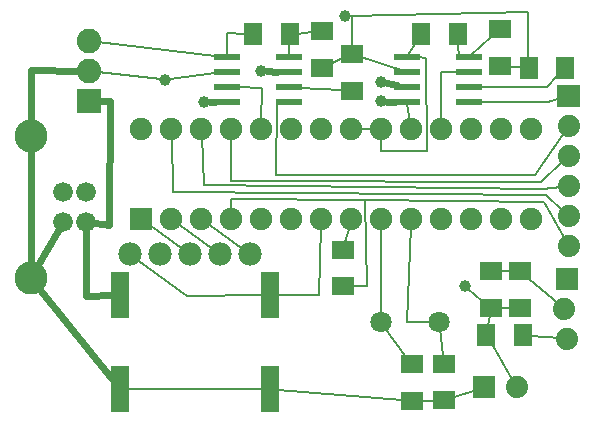
<source format=gtl>
G04 MADE WITH FRITZING*
G04 WWW.FRITZING.ORG*
G04 DOUBLE SIDED*
G04 HOLES PLATED*
G04 CONTOUR ON CENTER OF CONTOUR VECTOR*
%ASAXBY*%
%FSLAX23Y23*%
%MOIN*%
%OFA0B0*%
%SFA1.0B1.0*%
%ADD10C,0.039370*%
%ADD11C,0.075000*%
%ADD12C,0.070925*%
%ADD13C,0.070866*%
%ADD14C,0.082000*%
%ADD15C,0.078000*%
%ADD16C,0.074000*%
%ADD17C,0.066000*%
%ADD18C,0.110000*%
%ADD19R,0.075000X0.075000*%
%ADD20R,0.082000X0.082000*%
%ADD21R,0.087000X0.024000*%
%ADD22R,0.062992X0.157480*%
%ADD23R,0.074803X0.062992*%
%ADD24R,0.062992X0.074803*%
%ADD25C,0.008000*%
%ADD26C,0.024000*%
%ADD27C,0.022000*%
%ADD28R,0.001000X0.001000*%
%LNCOPPER1*%
G90*
G70*
G54D10*
X1534Y437D03*
X1254Y1116D03*
X664Y1050D03*
X1255Y1052D03*
X855Y1152D03*
X535Y1124D03*
X1134Y1336D03*
G54D11*
X455Y659D03*
X455Y959D03*
X555Y659D03*
X555Y959D03*
X655Y659D03*
X655Y959D03*
X755Y659D03*
X755Y959D03*
X855Y659D03*
X855Y959D03*
X955Y659D03*
X955Y959D03*
X1055Y659D03*
X1055Y959D03*
X1155Y659D03*
X1155Y959D03*
X1255Y659D03*
X1255Y959D03*
X1355Y659D03*
X1355Y959D03*
X1455Y659D03*
X1455Y959D03*
X1555Y659D03*
X1555Y959D03*
X1655Y659D03*
X1655Y959D03*
X1755Y659D03*
X1755Y959D03*
G54D12*
X1253Y318D03*
G54D13*
X1446Y318D03*
G54D14*
X282Y1052D03*
X282Y1152D03*
X282Y1252D03*
G54D15*
X418Y543D03*
X518Y543D03*
X618Y543D03*
X718Y543D03*
X818Y543D03*
G54D16*
X1880Y1070D03*
X1880Y970D03*
X1880Y870D03*
X1880Y770D03*
X1880Y670D03*
X1880Y570D03*
X1880Y1070D03*
X1880Y970D03*
X1880Y870D03*
X1880Y770D03*
X1880Y670D03*
X1880Y570D03*
X1875Y459D03*
X1865Y359D03*
X1875Y259D03*
X1875Y459D03*
X1865Y359D03*
X1875Y259D03*
X1598Y99D03*
X1708Y99D03*
X1598Y99D03*
X1708Y99D03*
G54D17*
X271Y651D03*
X271Y750D03*
X193Y750D03*
X193Y651D03*
G54D18*
X86Y463D03*
X86Y937D03*
G54D17*
X271Y651D03*
X271Y750D03*
X193Y750D03*
X193Y651D03*
G54D18*
X86Y463D03*
X86Y937D03*
G54D19*
X455Y659D03*
G54D20*
X282Y1052D03*
G54D21*
X740Y1200D03*
X740Y1150D03*
X740Y1100D03*
X740Y1050D03*
X946Y1050D03*
X946Y1100D03*
X946Y1150D03*
X946Y1200D03*
X1340Y1200D03*
X1340Y1150D03*
X1340Y1100D03*
X1340Y1050D03*
X1546Y1050D03*
X1546Y1100D03*
X1546Y1150D03*
X1546Y1200D03*
G54D22*
X383Y407D03*
X383Y92D03*
G54D23*
X1127Y436D03*
X1127Y558D03*
G54D22*
X883Y407D03*
X883Y92D03*
G54D23*
X1357Y175D03*
X1357Y53D03*
X1465Y177D03*
X1465Y55D03*
X1621Y362D03*
X1621Y485D03*
X1717Y485D03*
X1717Y363D03*
G54D24*
X1746Y1164D03*
X1868Y1164D03*
G54D23*
X1651Y1170D03*
X1651Y1292D03*
X1156Y1209D03*
X1156Y1087D03*
X1056Y1163D03*
X1056Y1285D03*
G54D24*
X1727Y274D03*
X1605Y274D03*
X1509Y1276D03*
X1387Y1276D03*
X949Y1275D03*
X827Y1275D03*
G54D25*
X1683Y1168D02*
X1720Y1166D01*
D02*
X1748Y459D02*
X1846Y376D01*
D02*
X1685Y485D02*
X1653Y485D01*
D02*
X1188Y1199D02*
X1320Y1156D01*
D02*
X1743Y1350D02*
X1148Y1337D01*
D02*
X1745Y1196D02*
X1743Y1350D01*
D02*
X1653Y363D02*
X1685Y363D01*
D02*
X1616Y337D02*
X1611Y306D01*
D02*
X1850Y262D02*
X1753Y271D01*
D02*
X1624Y242D02*
X1695Y121D01*
D02*
X1449Y297D02*
X1461Y203D01*
D02*
X1338Y201D02*
X1265Y301D01*
D02*
X1124Y1195D02*
X1087Y1178D01*
G54D26*
D02*
X272Y404D02*
X357Y406D01*
D02*
X271Y622D02*
X272Y404D01*
G54D25*
D02*
X598Y557D02*
X474Y646D01*
D02*
X698Y557D02*
X574Y646D01*
D02*
X798Y557D02*
X674Y646D01*
G54D26*
D02*
X114Y512D02*
X179Y626D01*
G54D25*
D02*
X1340Y316D02*
X1425Y318D01*
D02*
X1253Y340D02*
X1255Y636D01*
D02*
X1354Y636D02*
X1340Y316D01*
D02*
X438Y528D02*
X607Y404D01*
D02*
X607Y404D02*
X857Y407D01*
G54D26*
D02*
X349Y1054D02*
X346Y639D01*
D02*
X314Y1053D02*
X349Y1054D01*
D02*
X346Y639D02*
X300Y647D01*
G54D25*
D02*
X1786Y783D02*
X1861Y852D01*
D02*
X1794Y760D02*
X1855Y767D01*
D02*
X755Y936D02*
X755Y787D01*
D02*
X755Y787D02*
X1786Y783D01*
D02*
X656Y936D02*
X664Y772D01*
D02*
X664Y772D02*
X1794Y760D01*
D02*
X1805Y739D02*
X1861Y687D01*
D02*
X556Y936D02*
X560Y751D01*
D02*
X560Y751D02*
X1805Y739D01*
D02*
X1149Y637D02*
X1134Y584D01*
D02*
X1341Y1043D02*
X1351Y982D01*
D02*
X907Y1050D02*
X908Y1050D01*
D02*
X905Y806D02*
X907Y1050D01*
D02*
X1865Y948D02*
X1767Y806D01*
D02*
X1767Y806D02*
X905Y806D01*
D02*
X1855Y1063D02*
X1810Y1051D01*
D02*
X1810Y1051D02*
X1584Y1050D01*
D02*
X1584Y1100D02*
X1808Y1101D01*
D02*
X1808Y1101D02*
X1842Y1136D01*
D02*
X948Y1243D02*
X946Y1206D01*
D02*
X975Y1277D02*
X1024Y1282D01*
D02*
X1553Y1206D02*
X1621Y1266D01*
D02*
X1514Y1198D02*
X1546Y1200D01*
D02*
X1511Y1244D02*
X1514Y1198D01*
D02*
X1453Y1149D02*
X1508Y1149D01*
D02*
X1455Y982D02*
X1453Y1149D01*
D02*
X1255Y886D02*
X1407Y885D01*
D02*
X1407Y885D02*
X1405Y1198D01*
D02*
X1255Y936D02*
X1255Y886D01*
D02*
X1405Y1198D02*
X1378Y1199D01*
D02*
X1367Y1244D02*
X1344Y1206D01*
D02*
X855Y982D02*
X856Y1098D01*
D02*
X856Y1098D02*
X778Y1099D01*
D02*
X740Y1206D02*
X739Y1281D01*
D02*
X740Y1281D02*
X801Y1277D01*
D02*
X1178Y959D02*
X1232Y959D01*
D02*
X754Y726D02*
X755Y682D01*
D02*
X1200Y722D02*
X754Y726D01*
D02*
X1206Y435D02*
X1158Y436D01*
D02*
X1200Y722D02*
X1206Y435D01*
D02*
X1867Y592D02*
X1797Y715D01*
D02*
X1797Y715D02*
X1200Y722D01*
D02*
X1124Y1089D02*
X984Y1097D01*
G54D27*
D02*
X1273Y1112D02*
X1306Y1106D01*
G54D25*
D02*
X1544Y428D02*
X1591Y388D01*
D02*
X909Y407D02*
X1048Y408D01*
D02*
X1048Y408D02*
X1055Y636D01*
G54D27*
D02*
X1274Y1051D02*
X1302Y1051D01*
D02*
X683Y1050D02*
X702Y1050D01*
G54D25*
D02*
X1156Y1335D02*
X1156Y1235D01*
G54D27*
D02*
X908Y1151D02*
X874Y1152D01*
G54D25*
D02*
X549Y1125D02*
X702Y1145D01*
D02*
X522Y1125D02*
X309Y1149D01*
D02*
X1148Y1336D02*
X1156Y1335D01*
D02*
X409Y92D02*
X857Y92D01*
G54D26*
D02*
X121Y419D02*
X357Y125D01*
D02*
X86Y881D02*
X86Y519D01*
G54D25*
D02*
X309Y1249D02*
X702Y1204D01*
G54D26*
D02*
X87Y1156D02*
X250Y1152D01*
D02*
X87Y993D02*
X87Y1156D01*
G54D25*
D02*
X1496Y65D02*
X1574Y91D01*
D02*
X1389Y54D02*
X1433Y54D01*
D02*
X909Y90D02*
X1325Y56D01*
G54D28*
X1843Y1107D02*
X1915Y1107D01*
X1842Y1106D02*
X1915Y1106D01*
X1842Y1105D02*
X1915Y1105D01*
X1842Y1104D02*
X1915Y1104D01*
X1842Y1103D02*
X1915Y1103D01*
X1842Y1102D02*
X1915Y1102D01*
X1842Y1101D02*
X1915Y1101D01*
X1842Y1100D02*
X1915Y1100D01*
X1842Y1099D02*
X1915Y1099D01*
X1842Y1098D02*
X1915Y1098D01*
X1842Y1097D02*
X1915Y1097D01*
X1842Y1096D02*
X1915Y1096D01*
X1842Y1095D02*
X1915Y1095D01*
X1842Y1094D02*
X1915Y1094D01*
X1842Y1093D02*
X1915Y1093D01*
X1842Y1092D02*
X1915Y1092D01*
X1842Y1091D02*
X1915Y1091D01*
X1842Y1090D02*
X1875Y1090D01*
X1883Y1090D02*
X1915Y1090D01*
X1842Y1089D02*
X1871Y1089D01*
X1887Y1089D02*
X1915Y1089D01*
X1842Y1088D02*
X1869Y1088D01*
X1889Y1088D02*
X1915Y1088D01*
X1842Y1087D02*
X1867Y1087D01*
X1890Y1087D02*
X1915Y1087D01*
X1842Y1086D02*
X1866Y1086D01*
X1892Y1086D02*
X1915Y1086D01*
X1842Y1085D02*
X1865Y1085D01*
X1893Y1085D02*
X1915Y1085D01*
X1842Y1084D02*
X1864Y1084D01*
X1894Y1084D02*
X1915Y1084D01*
X1842Y1083D02*
X1863Y1083D01*
X1895Y1083D02*
X1915Y1083D01*
X1842Y1082D02*
X1862Y1082D01*
X1896Y1082D02*
X1915Y1082D01*
X1842Y1081D02*
X1862Y1081D01*
X1896Y1081D02*
X1915Y1081D01*
X1842Y1080D02*
X1861Y1080D01*
X1897Y1080D02*
X1915Y1080D01*
X1842Y1079D02*
X1860Y1079D01*
X1897Y1079D02*
X1915Y1079D01*
X1842Y1078D02*
X1860Y1078D01*
X1898Y1078D02*
X1915Y1078D01*
X1842Y1077D02*
X1860Y1077D01*
X1898Y1077D02*
X1915Y1077D01*
X1842Y1076D02*
X1859Y1076D01*
X1899Y1076D02*
X1915Y1076D01*
X1842Y1075D02*
X1859Y1075D01*
X1899Y1075D02*
X1915Y1075D01*
X1842Y1074D02*
X1859Y1074D01*
X1899Y1074D02*
X1915Y1074D01*
X1842Y1073D02*
X1859Y1073D01*
X1899Y1073D02*
X1915Y1073D01*
X1842Y1072D02*
X1859Y1072D01*
X1899Y1072D02*
X1915Y1072D01*
X1842Y1071D02*
X1858Y1071D01*
X1899Y1071D02*
X1915Y1071D01*
X1842Y1070D02*
X1858Y1070D01*
X1899Y1070D02*
X1915Y1070D01*
X1842Y1069D02*
X1858Y1069D01*
X1899Y1069D02*
X1915Y1069D01*
X1842Y1068D02*
X1859Y1068D01*
X1899Y1068D02*
X1915Y1068D01*
X1842Y1067D02*
X1859Y1067D01*
X1899Y1067D02*
X1915Y1067D01*
X1842Y1066D02*
X1859Y1066D01*
X1899Y1066D02*
X1915Y1066D01*
X1842Y1065D02*
X1859Y1065D01*
X1899Y1065D02*
X1915Y1065D01*
X1842Y1064D02*
X1859Y1064D01*
X1898Y1064D02*
X1915Y1064D01*
X1842Y1063D02*
X1860Y1063D01*
X1898Y1063D02*
X1915Y1063D01*
X1842Y1062D02*
X1860Y1062D01*
X1898Y1062D02*
X1915Y1062D01*
X1842Y1061D02*
X1861Y1061D01*
X1897Y1061D02*
X1915Y1061D01*
X1842Y1060D02*
X1861Y1060D01*
X1897Y1060D02*
X1915Y1060D01*
X1842Y1059D02*
X1862Y1059D01*
X1896Y1059D02*
X1915Y1059D01*
X1842Y1058D02*
X1863Y1058D01*
X1895Y1058D02*
X1915Y1058D01*
X1842Y1057D02*
X1864Y1057D01*
X1894Y1057D02*
X1915Y1057D01*
X1842Y1056D02*
X1865Y1056D01*
X1893Y1056D02*
X1915Y1056D01*
X1842Y1055D02*
X1866Y1055D01*
X1892Y1055D02*
X1915Y1055D01*
X1842Y1054D02*
X1867Y1054D01*
X1891Y1054D02*
X1915Y1054D01*
X1842Y1053D02*
X1869Y1053D01*
X1889Y1053D02*
X1915Y1053D01*
X1842Y1052D02*
X1870Y1052D01*
X1887Y1052D02*
X1915Y1052D01*
X1842Y1051D02*
X1873Y1051D01*
X1884Y1051D02*
X1915Y1051D01*
X1842Y1050D02*
X1915Y1050D01*
X1842Y1049D02*
X1915Y1049D01*
X1842Y1048D02*
X1915Y1048D01*
X1842Y1047D02*
X1915Y1047D01*
X1842Y1046D02*
X1915Y1046D01*
X1842Y1045D02*
X1915Y1045D01*
X1842Y1044D02*
X1915Y1044D01*
X1842Y1043D02*
X1915Y1043D01*
X1842Y1042D02*
X1915Y1042D01*
X1842Y1041D02*
X1915Y1041D01*
X1842Y1040D02*
X1915Y1040D01*
X1842Y1039D02*
X1915Y1039D01*
X1842Y1038D02*
X1915Y1038D01*
X1842Y1037D02*
X1915Y1037D01*
X1842Y1036D02*
X1915Y1036D01*
X1842Y1035D02*
X1915Y1035D01*
X1842Y1034D02*
X1915Y1034D01*
X1838Y497D02*
X1910Y497D01*
X1837Y496D02*
X1910Y496D01*
X1837Y495D02*
X1910Y495D01*
X1837Y494D02*
X1910Y494D01*
X1837Y493D02*
X1910Y493D01*
X1837Y492D02*
X1910Y492D01*
X1837Y491D02*
X1910Y491D01*
X1837Y490D02*
X1910Y490D01*
X1837Y489D02*
X1910Y489D01*
X1837Y488D02*
X1910Y488D01*
X1837Y487D02*
X1910Y487D01*
X1837Y486D02*
X1910Y486D01*
X1837Y485D02*
X1910Y485D01*
X1837Y484D02*
X1910Y484D01*
X1837Y483D02*
X1910Y483D01*
X1837Y482D02*
X1910Y482D01*
X1837Y481D02*
X1910Y481D01*
X1837Y480D02*
X1871Y480D01*
X1877Y480D02*
X1910Y480D01*
X1837Y479D02*
X1867Y479D01*
X1881Y479D02*
X1910Y479D01*
X1837Y478D02*
X1864Y478D01*
X1883Y478D02*
X1910Y478D01*
X1837Y477D02*
X1863Y477D01*
X1885Y477D02*
X1910Y477D01*
X1837Y476D02*
X1861Y476D01*
X1887Y476D02*
X1910Y476D01*
X1837Y475D02*
X1860Y475D01*
X1888Y475D02*
X1910Y475D01*
X1837Y474D02*
X1859Y474D01*
X1889Y474D02*
X1910Y474D01*
X1837Y473D02*
X1858Y473D01*
X1890Y473D02*
X1910Y473D01*
X1837Y472D02*
X1857Y472D01*
X1891Y472D02*
X1910Y472D01*
X1837Y471D02*
X1857Y471D01*
X1891Y471D02*
X1910Y471D01*
X1837Y470D02*
X1856Y470D01*
X1892Y470D02*
X1910Y470D01*
X1837Y469D02*
X1856Y469D01*
X1892Y469D02*
X1910Y469D01*
X1837Y468D02*
X1855Y468D01*
X1893Y468D02*
X1910Y468D01*
X1837Y467D02*
X1855Y467D01*
X1893Y467D02*
X1910Y467D01*
X1837Y466D02*
X1854Y466D01*
X1894Y466D02*
X1910Y466D01*
X1837Y465D02*
X1854Y465D01*
X1894Y465D02*
X1910Y465D01*
X1837Y464D02*
X1854Y464D01*
X1894Y464D02*
X1910Y464D01*
X1837Y463D02*
X1854Y463D01*
X1894Y463D02*
X1910Y463D01*
X1837Y462D02*
X1854Y462D01*
X1894Y462D02*
X1910Y462D01*
X1837Y461D02*
X1853Y461D01*
X1894Y461D02*
X1910Y461D01*
X1837Y460D02*
X1853Y460D01*
X1894Y460D02*
X1910Y460D01*
X1837Y459D02*
X1853Y459D01*
X1894Y459D02*
X1910Y459D01*
X1837Y458D02*
X1854Y458D01*
X1894Y458D02*
X1910Y458D01*
X1837Y457D02*
X1854Y457D01*
X1894Y457D02*
X1910Y457D01*
X1837Y456D02*
X1854Y456D01*
X1894Y456D02*
X1910Y456D01*
X1837Y455D02*
X1854Y455D01*
X1894Y455D02*
X1910Y455D01*
X1837Y454D02*
X1854Y454D01*
X1893Y454D02*
X1910Y454D01*
X1837Y453D02*
X1855Y453D01*
X1893Y453D02*
X1910Y453D01*
X1837Y452D02*
X1855Y452D01*
X1893Y452D02*
X1910Y452D01*
X1837Y451D02*
X1856Y451D01*
X1892Y451D02*
X1910Y451D01*
X1837Y450D02*
X1856Y450D01*
X1892Y450D02*
X1910Y450D01*
X1837Y449D02*
X1857Y449D01*
X1891Y449D02*
X1910Y449D01*
X1837Y448D02*
X1858Y448D01*
X1890Y448D02*
X1910Y448D01*
X1837Y447D02*
X1858Y447D01*
X1889Y447D02*
X1910Y447D01*
X1837Y446D02*
X1859Y446D01*
X1889Y446D02*
X1910Y446D01*
X1837Y445D02*
X1860Y445D01*
X1887Y445D02*
X1910Y445D01*
X1837Y444D02*
X1862Y444D01*
X1886Y444D02*
X1910Y444D01*
X1837Y443D02*
X1863Y443D01*
X1885Y443D02*
X1910Y443D01*
X1837Y442D02*
X1865Y442D01*
X1883Y442D02*
X1910Y442D01*
X1837Y441D02*
X1868Y441D01*
X1880Y441D02*
X1910Y441D01*
X1837Y440D02*
X1910Y440D01*
X1837Y439D02*
X1910Y439D01*
X1837Y438D02*
X1910Y438D01*
X1837Y437D02*
X1910Y437D01*
X1837Y436D02*
X1910Y436D01*
X1837Y435D02*
X1910Y435D01*
X1837Y434D02*
X1910Y434D01*
X1837Y433D02*
X1910Y433D01*
X1837Y432D02*
X1910Y432D01*
X1837Y431D02*
X1910Y431D01*
X1837Y430D02*
X1910Y430D01*
X1837Y429D02*
X1910Y429D01*
X1837Y428D02*
X1910Y428D01*
X1837Y427D02*
X1910Y427D01*
X1837Y426D02*
X1910Y426D01*
X1837Y425D02*
X1910Y425D01*
X1837Y424D02*
X1910Y424D01*
X1561Y136D02*
X1634Y136D01*
X1561Y135D02*
X1634Y135D01*
X1561Y134D02*
X1634Y134D01*
X1561Y133D02*
X1634Y133D01*
X1561Y132D02*
X1634Y132D01*
X1561Y131D02*
X1634Y131D01*
X1561Y130D02*
X1634Y130D01*
X1561Y129D02*
X1634Y129D01*
X1561Y128D02*
X1634Y128D01*
X1561Y127D02*
X1634Y127D01*
X1561Y126D02*
X1634Y126D01*
X1561Y125D02*
X1634Y125D01*
X1561Y124D02*
X1634Y124D01*
X1561Y123D02*
X1634Y123D01*
X1561Y122D02*
X1634Y122D01*
X1561Y121D02*
X1634Y121D01*
X1561Y120D02*
X1634Y120D01*
X1561Y119D02*
X1590Y119D01*
X1604Y119D02*
X1634Y119D01*
X1561Y118D02*
X1588Y118D01*
X1606Y118D02*
X1634Y118D01*
X1561Y117D02*
X1586Y117D01*
X1608Y117D02*
X1634Y117D01*
X1561Y116D02*
X1585Y116D01*
X1609Y116D02*
X1634Y116D01*
X1561Y115D02*
X1583Y115D01*
X1611Y115D02*
X1634Y115D01*
X1561Y114D02*
X1582Y114D01*
X1612Y114D02*
X1634Y114D01*
X1561Y113D02*
X1581Y113D01*
X1613Y113D02*
X1634Y113D01*
X1561Y112D02*
X1581Y112D01*
X1613Y112D02*
X1634Y112D01*
X1561Y111D02*
X1580Y111D01*
X1614Y111D02*
X1634Y111D01*
X1561Y110D02*
X1579Y110D01*
X1615Y110D02*
X1634Y110D01*
X1561Y109D02*
X1579Y109D01*
X1615Y109D02*
X1634Y109D01*
X1561Y108D02*
X1578Y108D01*
X1616Y108D02*
X1634Y108D01*
X1561Y107D02*
X1578Y107D01*
X1616Y107D02*
X1634Y107D01*
X1561Y106D02*
X1577Y106D01*
X1617Y106D02*
X1634Y106D01*
X1561Y105D02*
X1577Y105D01*
X1617Y105D02*
X1634Y105D01*
X1561Y104D02*
X1577Y104D01*
X1617Y104D02*
X1634Y104D01*
X1561Y103D02*
X1577Y103D01*
X1617Y103D02*
X1634Y103D01*
X1561Y102D02*
X1577Y102D01*
X1617Y102D02*
X1634Y102D01*
X1561Y101D02*
X1577Y101D01*
X1617Y101D02*
X1634Y101D01*
X1561Y100D02*
X1577Y100D01*
X1617Y100D02*
X1634Y100D01*
X1561Y99D02*
X1577Y99D01*
X1617Y99D02*
X1634Y99D01*
X1561Y98D02*
X1577Y98D01*
X1617Y98D02*
X1634Y98D01*
X1561Y97D02*
X1577Y97D01*
X1617Y97D02*
X1634Y97D01*
X1561Y96D02*
X1577Y96D01*
X1617Y96D02*
X1634Y96D01*
X1561Y95D02*
X1577Y95D01*
X1617Y95D02*
X1634Y95D01*
X1561Y94D02*
X1577Y94D01*
X1617Y94D02*
X1634Y94D01*
X1561Y93D02*
X1578Y93D01*
X1616Y93D02*
X1634Y93D01*
X1561Y92D02*
X1578Y92D01*
X1616Y92D02*
X1634Y92D01*
X1561Y91D02*
X1579Y91D01*
X1615Y91D02*
X1634Y91D01*
X1561Y90D02*
X1579Y90D01*
X1615Y90D02*
X1634Y90D01*
X1561Y89D02*
X1580Y89D01*
X1614Y89D02*
X1634Y89D01*
X1561Y88D02*
X1580Y88D01*
X1614Y88D02*
X1634Y88D01*
X1561Y87D02*
X1581Y87D01*
X1613Y87D02*
X1634Y87D01*
X1561Y86D02*
X1582Y86D01*
X1612Y86D02*
X1634Y86D01*
X1561Y85D02*
X1583Y85D01*
X1611Y85D02*
X1634Y85D01*
X1561Y84D02*
X1584Y84D01*
X1610Y84D02*
X1634Y84D01*
X1561Y83D02*
X1586Y83D01*
X1608Y83D02*
X1634Y83D01*
X1561Y82D02*
X1588Y82D01*
X1606Y82D02*
X1634Y82D01*
X1561Y81D02*
X1590Y81D01*
X1604Y81D02*
X1634Y81D01*
X1561Y80D02*
X1596Y80D01*
X1598Y80D02*
X1634Y80D01*
X1561Y79D02*
X1634Y79D01*
X1561Y78D02*
X1634Y78D01*
X1561Y77D02*
X1634Y77D01*
X1561Y76D02*
X1634Y76D01*
X1561Y75D02*
X1634Y75D01*
X1561Y74D02*
X1634Y74D01*
X1561Y73D02*
X1634Y73D01*
X1561Y72D02*
X1634Y72D01*
X1561Y71D02*
X1634Y71D01*
X1561Y70D02*
X1634Y70D01*
X1561Y69D02*
X1634Y69D01*
X1561Y68D02*
X1634Y68D01*
X1561Y67D02*
X1634Y67D01*
X1561Y66D02*
X1634Y66D01*
X1561Y65D02*
X1634Y65D01*
X1561Y64D02*
X1634Y64D01*
X1561Y63D02*
X1633Y63D01*
D02*
G04 End of Copper1*
M02*
</source>
